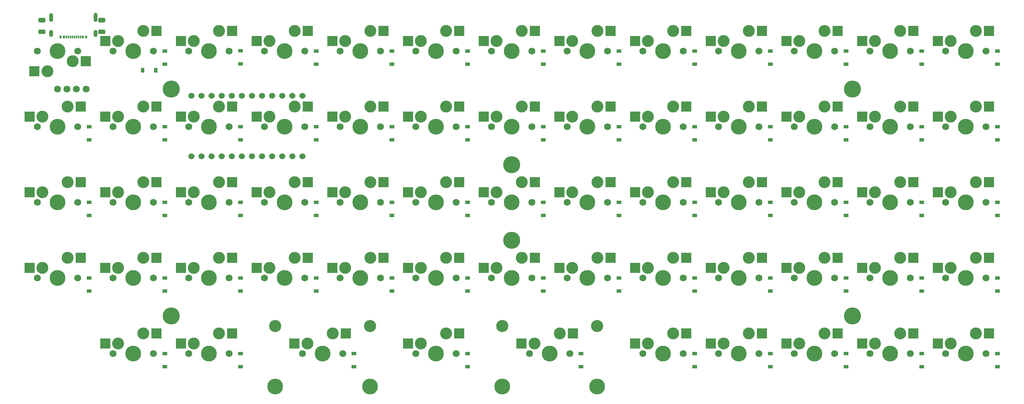
<source format=gbs>
G04 #@! TF.GenerationSoftware,KiCad,Pcbnew,(5.1.10-1-10_14)*
G04 #@! TF.CreationDate,2021-08-25T20:34:20+10:00*
G04 #@! TF.ProjectId,WTL62,57544c36-322e-46b6-9963-61645f706362,rev?*
G04 #@! TF.SameCoordinates,Original*
G04 #@! TF.FileFunction,Soldermask,Bot*
G04 #@! TF.FilePolarity,Negative*
%FSLAX46Y46*%
G04 Gerber Fmt 4.6, Leading zero omitted, Abs format (unit mm)*
G04 Created by KiCad (PCBNEW (5.1.10-1-10_14)) date 2021-08-25 20:34:20*
%MOMM*%
%LPD*%
G01*
G04 APERTURE LIST*
%ADD10C,4.300000*%
%ADD11C,1.752600*%
%ADD12R,0.300000X0.800000*%
%ADD13R,0.540000X0.800000*%
%ADD14C,1.000000*%
%ADD15C,1.524000*%
%ADD16R,2.550000X2.500000*%
%ADD17C,1.750000*%
%ADD18C,3.000000*%
%ADD19C,3.987800*%
%ADD20C,3.048000*%
%ADD21R,1.200000X0.900000*%
%ADD22R,0.900000X1.200000*%
G04 APERTURE END LIST*
D10*
X147637500Y-80962500D03*
X147637500Y-61912500D03*
X61912500Y-100012500D03*
X61912500Y-42862500D03*
X233362500Y-42862500D03*
X233362500Y-100012500D03*
G36*
G01*
X43824997Y-27887500D02*
X45075003Y-27887500D01*
G75*
G02*
X45325000Y-28137497I0J-249997D01*
G01*
X45325000Y-28762503D01*
G75*
G02*
X45075003Y-29012500I-249997J0D01*
G01*
X43824997Y-29012500D01*
G75*
G02*
X43575000Y-28762503I0J249997D01*
G01*
X43575000Y-28137497D01*
G75*
G02*
X43824997Y-27887500I249997J0D01*
G01*
G37*
G36*
G01*
X43824997Y-24962500D02*
X45075003Y-24962500D01*
G75*
G02*
X45325000Y-25212497I0J-249997D01*
G01*
X45325000Y-25837503D01*
G75*
G02*
X45075003Y-26087500I-249997J0D01*
G01*
X43824997Y-26087500D01*
G75*
G02*
X43575000Y-25837503I0J249997D01*
G01*
X43575000Y-25212497D01*
G75*
G02*
X43824997Y-24962500I249997J0D01*
G01*
G37*
G36*
G01*
X28743747Y-27887500D02*
X29993753Y-27887500D01*
G75*
G02*
X30243750Y-28137497I0J-249997D01*
G01*
X30243750Y-28762503D01*
G75*
G02*
X29993753Y-29012500I-249997J0D01*
G01*
X28743747Y-29012500D01*
G75*
G02*
X28493750Y-28762503I0J249997D01*
G01*
X28493750Y-28137497D01*
G75*
G02*
X28743747Y-27887500I249997J0D01*
G01*
G37*
G36*
G01*
X28743747Y-24962500D02*
X29993753Y-24962500D01*
G75*
G02*
X30243750Y-25212497I0J-249997D01*
G01*
X30243750Y-25837503D01*
G75*
G02*
X29993753Y-26087500I-249997J0D01*
G01*
X28743747Y-26087500D01*
G75*
G02*
X28493750Y-25837503I0J249997D01*
G01*
X28493750Y-25212497D01*
G75*
G02*
X28743747Y-24962500I249997J0D01*
G01*
G37*
D11*
X33337500Y-42862500D03*
X40481250Y-42862500D03*
X38100000Y-42862500D03*
X35718750Y-42862500D03*
D12*
X39056250Y-29733000D03*
X36056250Y-29733000D03*
X37056250Y-29733000D03*
X37556250Y-29733000D03*
X36556250Y-29733000D03*
X38056250Y-29733000D03*
D13*
X39706250Y-29733000D03*
X34906250Y-29733000D03*
X34106250Y-29733000D03*
X40506250Y-29733000D03*
D14*
X42881550Y-28968700D03*
X42881250Y-28452000D03*
X42881250Y-29214000D03*
X42881250Y-28714700D03*
X31730650Y-28714700D03*
X31730650Y-29214000D03*
X31730650Y-28452000D03*
X31730950Y-28968700D03*
X31730950Y-25146000D03*
X31730950Y-25438100D03*
X31731250Y-24218900D03*
X31730950Y-24498300D03*
X31730950Y-24803100D03*
X42881550Y-25425400D03*
X42881550Y-25133300D03*
X42881550Y-24790400D03*
X42881550Y-24485600D03*
X42881850Y-24206200D03*
D12*
X38556250Y-29733000D03*
X35548250Y-29733000D03*
D15*
X67056000Y-44585600D03*
X69596000Y-44585600D03*
X72136000Y-44585600D03*
X74676000Y-44585600D03*
X77216000Y-44585600D03*
X79756000Y-44585600D03*
X82296000Y-44585600D03*
X84836000Y-44585600D03*
X87376000Y-44585600D03*
X89916000Y-44585600D03*
X92456000Y-44585600D03*
X94996000Y-44585600D03*
X94996000Y-59805600D03*
X92456000Y-59805600D03*
X89916000Y-59805600D03*
X87376000Y-59805600D03*
X84836000Y-59805600D03*
X82296000Y-59805600D03*
X79756000Y-59805600D03*
X77216000Y-59805600D03*
X74676000Y-59805600D03*
X72136000Y-59805600D03*
X69596000Y-59805600D03*
X67056000Y-59805600D03*
D16*
X210629500Y-66357500D03*
X197702500Y-68897500D03*
D17*
X209867500Y-71437500D03*
X199707500Y-71437500D03*
D18*
X200977500Y-68897500D03*
D19*
X204787500Y-71437500D03*
D18*
X207327500Y-66357500D03*
D19*
X145224500Y-117792500D03*
X169100500Y-117792500D03*
D20*
X145224500Y-102552500D03*
X169100500Y-102552500D03*
D16*
X163004500Y-104457500D03*
X150077500Y-106997500D03*
D17*
X162242500Y-109537500D03*
X152082500Y-109537500D03*
D18*
X153352500Y-106997500D03*
D19*
X157162500Y-109537500D03*
D18*
X159702500Y-104457500D03*
D19*
X88074500Y-117792500D03*
X111950500Y-117792500D03*
D20*
X88074500Y-102552500D03*
X111950500Y-102552500D03*
D16*
X105854500Y-104457500D03*
X92927500Y-106997500D03*
D17*
X105092500Y-109537500D03*
X94932500Y-109537500D03*
D18*
X96202500Y-106997500D03*
D19*
X100012500Y-109537500D03*
D18*
X102552500Y-104457500D03*
D16*
X172529500Y-28257500D03*
X159602500Y-30797500D03*
D17*
X171767500Y-33337500D03*
X161607500Y-33337500D03*
D18*
X162877500Y-30797500D03*
D19*
X166687500Y-33337500D03*
D18*
X169227500Y-28257500D03*
D16*
X191579500Y-28257500D03*
X178652500Y-30797500D03*
D17*
X190817500Y-33337500D03*
X180657500Y-33337500D03*
D18*
X181927500Y-30797500D03*
D19*
X185737500Y-33337500D03*
D18*
X188277500Y-28257500D03*
D16*
X210629500Y-28257500D03*
X197702500Y-30797500D03*
D17*
X209867500Y-33337500D03*
X199707500Y-33337500D03*
D18*
X200977500Y-30797500D03*
D19*
X204787500Y-33337500D03*
D18*
X207327500Y-28257500D03*
D16*
X229679500Y-28257500D03*
X216752500Y-30797500D03*
D17*
X228917500Y-33337500D03*
X218757500Y-33337500D03*
D18*
X220027500Y-30797500D03*
D19*
X223837500Y-33337500D03*
D18*
X226377500Y-28257500D03*
D16*
X248729500Y-28257500D03*
X235802500Y-30797500D03*
D17*
X247967500Y-33337500D03*
X237807500Y-33337500D03*
D18*
X239077500Y-30797500D03*
D19*
X242887500Y-33337500D03*
D18*
X245427500Y-28257500D03*
D16*
X267779500Y-28257500D03*
X254852500Y-30797500D03*
D17*
X267017500Y-33337500D03*
X256857500Y-33337500D03*
D18*
X258127500Y-30797500D03*
D19*
X261937500Y-33337500D03*
D18*
X264477500Y-28257500D03*
D16*
X172529500Y-47307500D03*
X159602500Y-49847500D03*
D17*
X171767500Y-52387500D03*
X161607500Y-52387500D03*
D18*
X162877500Y-49847500D03*
D19*
X166687500Y-52387500D03*
D18*
X169227500Y-47307500D03*
D16*
X191579500Y-47307500D03*
X178652500Y-49847500D03*
D17*
X190817500Y-52387500D03*
X180657500Y-52387500D03*
D18*
X181927500Y-49847500D03*
D19*
X185737500Y-52387500D03*
D18*
X188277500Y-47307500D03*
D16*
X210629500Y-47307500D03*
X197702500Y-49847500D03*
D17*
X209867500Y-52387500D03*
X199707500Y-52387500D03*
D18*
X200977500Y-49847500D03*
D19*
X204787500Y-52387500D03*
D18*
X207327500Y-47307500D03*
D16*
X229679500Y-47307500D03*
X216752500Y-49847500D03*
D17*
X228917500Y-52387500D03*
X218757500Y-52387500D03*
D18*
X220027500Y-49847500D03*
D19*
X223837500Y-52387500D03*
D18*
X226377500Y-47307500D03*
D16*
X248729500Y-47307500D03*
X235802500Y-49847500D03*
D17*
X247967500Y-52387500D03*
X237807500Y-52387500D03*
D18*
X239077500Y-49847500D03*
D19*
X242887500Y-52387500D03*
D18*
X245427500Y-47307500D03*
D16*
X267779500Y-47307500D03*
X254852500Y-49847500D03*
D17*
X267017500Y-52387500D03*
X256857500Y-52387500D03*
D18*
X258127500Y-49847500D03*
D19*
X261937500Y-52387500D03*
D18*
X264477500Y-47307500D03*
D16*
X172529500Y-66357500D03*
X159602500Y-68897500D03*
D17*
X171767500Y-71437500D03*
X161607500Y-71437500D03*
D18*
X162877500Y-68897500D03*
D19*
X166687500Y-71437500D03*
D18*
X169227500Y-66357500D03*
D16*
X191579500Y-66357500D03*
X178652500Y-68897500D03*
D17*
X190817500Y-71437500D03*
X180657500Y-71437500D03*
D18*
X181927500Y-68897500D03*
D19*
X185737500Y-71437500D03*
D18*
X188277500Y-66357500D03*
D16*
X229679500Y-66357500D03*
X216752500Y-68897500D03*
D17*
X228917500Y-71437500D03*
X218757500Y-71437500D03*
D18*
X220027500Y-68897500D03*
D19*
X223837500Y-71437500D03*
D18*
X226377500Y-66357500D03*
D16*
X248729500Y-66357500D03*
X235802500Y-68897500D03*
D17*
X247967500Y-71437500D03*
X237807500Y-71437500D03*
D18*
X239077500Y-68897500D03*
D19*
X242887500Y-71437500D03*
D18*
X245427500Y-66357500D03*
D16*
X267779500Y-66357500D03*
X254852500Y-68897500D03*
D17*
X267017500Y-71437500D03*
X256857500Y-71437500D03*
D18*
X258127500Y-68897500D03*
D19*
X261937500Y-71437500D03*
D18*
X264477500Y-66357500D03*
D16*
X172529500Y-85407500D03*
X159602500Y-87947500D03*
D17*
X171767500Y-90487500D03*
X161607500Y-90487500D03*
D18*
X162877500Y-87947500D03*
D19*
X166687500Y-90487500D03*
D18*
X169227500Y-85407500D03*
D16*
X191579500Y-85407500D03*
X178652500Y-87947500D03*
D17*
X190817500Y-90487500D03*
X180657500Y-90487500D03*
D18*
X181927500Y-87947500D03*
D19*
X185737500Y-90487500D03*
D18*
X188277500Y-85407500D03*
D16*
X210629500Y-85407500D03*
X197702500Y-87947500D03*
D17*
X209867500Y-90487500D03*
X199707500Y-90487500D03*
D18*
X200977500Y-87947500D03*
D19*
X204787500Y-90487500D03*
D18*
X207327500Y-85407500D03*
D16*
X229679500Y-85407500D03*
X216752500Y-87947500D03*
D17*
X228917500Y-90487500D03*
X218757500Y-90487500D03*
D18*
X220027500Y-87947500D03*
D19*
X223837500Y-90487500D03*
D18*
X226377500Y-85407500D03*
D16*
X248729500Y-85407500D03*
X235802500Y-87947500D03*
D17*
X247967500Y-90487500D03*
X237807500Y-90487500D03*
D18*
X239077500Y-87947500D03*
D19*
X242887500Y-90487500D03*
D18*
X245427500Y-85407500D03*
D16*
X267779500Y-85407500D03*
X254852500Y-87947500D03*
D17*
X267017500Y-90487500D03*
X256857500Y-90487500D03*
D18*
X258127500Y-87947500D03*
D19*
X261937500Y-90487500D03*
D18*
X264477500Y-85407500D03*
D16*
X191579500Y-104457500D03*
X178652500Y-106997500D03*
D17*
X190817500Y-109537500D03*
X180657500Y-109537500D03*
D18*
X181927500Y-106997500D03*
D19*
X185737500Y-109537500D03*
D18*
X188277500Y-104457500D03*
D16*
X210629500Y-104457500D03*
X197702500Y-106997500D03*
D17*
X209867500Y-109537500D03*
X199707500Y-109537500D03*
D18*
X200977500Y-106997500D03*
D19*
X204787500Y-109537500D03*
D18*
X207327500Y-104457500D03*
D16*
X229679500Y-104457500D03*
X216752500Y-106997500D03*
D17*
X228917500Y-109537500D03*
X218757500Y-109537500D03*
D18*
X220027500Y-106997500D03*
D19*
X223837500Y-109537500D03*
D18*
X226377500Y-104457500D03*
D16*
X248729500Y-104457500D03*
X235802500Y-106997500D03*
D17*
X247967500Y-109537500D03*
X237807500Y-109537500D03*
D18*
X239077500Y-106997500D03*
D19*
X242887500Y-109537500D03*
D18*
X245427500Y-104457500D03*
D16*
X267779500Y-104457500D03*
X254852500Y-106997500D03*
D17*
X267017500Y-109537500D03*
X256857500Y-109537500D03*
D18*
X258127500Y-106997500D03*
D19*
X261937500Y-109537500D03*
D18*
X264477500Y-104457500D03*
D16*
X134429500Y-104457500D03*
X121502500Y-106997500D03*
D17*
X133667500Y-109537500D03*
X123507500Y-109537500D03*
D18*
X124777500Y-106997500D03*
D19*
X128587500Y-109537500D03*
D18*
X131127500Y-104457500D03*
D16*
X77279500Y-104457500D03*
X64352500Y-106997500D03*
D17*
X76517500Y-109537500D03*
X66357500Y-109537500D03*
D18*
X67627500Y-106997500D03*
D19*
X71437500Y-109537500D03*
D18*
X73977500Y-104457500D03*
D16*
X58229500Y-104457500D03*
X45302500Y-106997500D03*
D17*
X57467500Y-109537500D03*
X47307500Y-109537500D03*
D18*
X48577500Y-106997500D03*
D19*
X52387500Y-109537500D03*
D18*
X54927500Y-104457500D03*
D16*
X153479500Y-85407500D03*
X140552500Y-87947500D03*
D17*
X152717500Y-90487500D03*
X142557500Y-90487500D03*
D18*
X143827500Y-87947500D03*
D19*
X147637500Y-90487500D03*
D18*
X150177500Y-85407500D03*
D16*
X134429500Y-85407500D03*
X121502500Y-87947500D03*
D17*
X133667500Y-90487500D03*
X123507500Y-90487500D03*
D18*
X124777500Y-87947500D03*
D19*
X128587500Y-90487500D03*
D18*
X131127500Y-85407500D03*
D16*
X115379500Y-85407500D03*
X102452500Y-87947500D03*
D17*
X114617500Y-90487500D03*
X104457500Y-90487500D03*
D18*
X105727500Y-87947500D03*
D19*
X109537500Y-90487500D03*
D18*
X112077500Y-85407500D03*
D16*
X96329500Y-85407500D03*
X83402500Y-87947500D03*
D17*
X95567500Y-90487500D03*
X85407500Y-90487500D03*
D18*
X86677500Y-87947500D03*
D19*
X90487500Y-90487500D03*
D18*
X93027500Y-85407500D03*
D16*
X77279500Y-85407500D03*
X64352500Y-87947500D03*
D17*
X76517500Y-90487500D03*
X66357500Y-90487500D03*
D18*
X67627500Y-87947500D03*
D19*
X71437500Y-90487500D03*
D18*
X73977500Y-85407500D03*
D16*
X58229500Y-85407500D03*
X45302500Y-87947500D03*
D17*
X57467500Y-90487500D03*
X47307500Y-90487500D03*
D18*
X48577500Y-87947500D03*
D19*
X52387500Y-90487500D03*
D18*
X54927500Y-85407500D03*
D16*
X39179500Y-85407500D03*
X26252500Y-87947500D03*
D17*
X38417500Y-90487500D03*
X28257500Y-90487500D03*
D18*
X29527500Y-87947500D03*
D19*
X33337500Y-90487500D03*
D18*
X35877500Y-85407500D03*
D16*
X153479500Y-66357500D03*
X140552500Y-68897500D03*
D17*
X152717500Y-71437500D03*
X142557500Y-71437500D03*
D18*
X143827500Y-68897500D03*
D19*
X147637500Y-71437500D03*
D18*
X150177500Y-66357500D03*
D16*
X134429500Y-66357500D03*
X121502500Y-68897500D03*
D17*
X133667500Y-71437500D03*
X123507500Y-71437500D03*
D18*
X124777500Y-68897500D03*
D19*
X128587500Y-71437500D03*
D18*
X131127500Y-66357500D03*
D16*
X115379500Y-66357500D03*
X102452500Y-68897500D03*
D17*
X114617500Y-71437500D03*
X104457500Y-71437500D03*
D18*
X105727500Y-68897500D03*
D19*
X109537500Y-71437500D03*
D18*
X112077500Y-66357500D03*
D16*
X96329500Y-66357500D03*
X83402500Y-68897500D03*
D17*
X95567500Y-71437500D03*
X85407500Y-71437500D03*
D18*
X86677500Y-68897500D03*
D19*
X90487500Y-71437500D03*
D18*
X93027500Y-66357500D03*
D16*
X77279500Y-66357500D03*
X64352500Y-68897500D03*
D17*
X76517500Y-71437500D03*
X66357500Y-71437500D03*
D18*
X67627500Y-68897500D03*
D19*
X71437500Y-71437500D03*
D18*
X73977500Y-66357500D03*
D16*
X58229500Y-66357500D03*
X45302500Y-68897500D03*
D17*
X57467500Y-71437500D03*
X47307500Y-71437500D03*
D18*
X48577500Y-68897500D03*
D19*
X52387500Y-71437500D03*
D18*
X54927500Y-66357500D03*
D16*
X39179500Y-66357500D03*
X26252500Y-68897500D03*
D17*
X38417500Y-71437500D03*
X28257500Y-71437500D03*
D18*
X29527500Y-68897500D03*
D19*
X33337500Y-71437500D03*
D18*
X35877500Y-66357500D03*
D16*
X153479500Y-47307500D03*
X140552500Y-49847500D03*
D17*
X152717500Y-52387500D03*
X142557500Y-52387500D03*
D18*
X143827500Y-49847500D03*
D19*
X147637500Y-52387500D03*
D18*
X150177500Y-47307500D03*
D16*
X134429500Y-47307500D03*
X121502500Y-49847500D03*
D17*
X133667500Y-52387500D03*
X123507500Y-52387500D03*
D18*
X124777500Y-49847500D03*
D19*
X128587500Y-52387500D03*
D18*
X131127500Y-47307500D03*
D16*
X115379500Y-47307500D03*
X102452500Y-49847500D03*
D17*
X114617500Y-52387500D03*
X104457500Y-52387500D03*
D18*
X105727500Y-49847500D03*
D19*
X109537500Y-52387500D03*
D18*
X112077500Y-47307500D03*
D16*
X96329500Y-47307500D03*
X83402500Y-49847500D03*
D17*
X95567500Y-52387500D03*
X85407500Y-52387500D03*
D18*
X86677500Y-49847500D03*
D19*
X90487500Y-52387500D03*
D18*
X93027500Y-47307500D03*
D16*
X77279500Y-47307500D03*
X64352500Y-49847500D03*
D17*
X76517500Y-52387500D03*
X66357500Y-52387500D03*
D18*
X67627500Y-49847500D03*
D19*
X71437500Y-52387500D03*
D18*
X73977500Y-47307500D03*
D16*
X58229500Y-47307500D03*
X45302500Y-49847500D03*
D17*
X57467500Y-52387500D03*
X47307500Y-52387500D03*
D18*
X48577500Y-49847500D03*
D19*
X52387500Y-52387500D03*
D18*
X54927500Y-47307500D03*
D16*
X39179500Y-47307500D03*
X26252500Y-49847500D03*
D17*
X38417500Y-52387500D03*
X28257500Y-52387500D03*
D18*
X29527500Y-49847500D03*
D19*
X33337500Y-52387500D03*
D18*
X35877500Y-47307500D03*
D16*
X153479500Y-28257500D03*
X140552500Y-30797500D03*
D17*
X152717500Y-33337500D03*
X142557500Y-33337500D03*
D18*
X143827500Y-30797500D03*
D19*
X147637500Y-33337500D03*
D18*
X150177500Y-28257500D03*
D16*
X134429500Y-28257500D03*
X121502500Y-30797500D03*
D17*
X133667500Y-33337500D03*
X123507500Y-33337500D03*
D18*
X124777500Y-30797500D03*
D19*
X128587500Y-33337500D03*
D18*
X131127500Y-28257500D03*
D16*
X115379500Y-28257500D03*
X102452500Y-30797500D03*
D17*
X114617500Y-33337500D03*
X104457500Y-33337500D03*
D18*
X105727500Y-30797500D03*
D19*
X109537500Y-33337500D03*
D18*
X112077500Y-28257500D03*
D16*
X96329500Y-28257500D03*
X83402500Y-30797500D03*
D17*
X95567500Y-33337500D03*
X85407500Y-33337500D03*
D18*
X86677500Y-30797500D03*
D19*
X90487500Y-33337500D03*
D18*
X93027500Y-28257500D03*
D16*
X77279500Y-28257500D03*
X64352500Y-30797500D03*
D17*
X76517500Y-33337500D03*
X66357500Y-33337500D03*
D18*
X67627500Y-30797500D03*
D19*
X71437500Y-33337500D03*
D18*
X73977500Y-28257500D03*
D16*
X58229500Y-28257500D03*
X45302500Y-30797500D03*
D17*
X57467500Y-33337500D03*
X47307500Y-33337500D03*
D18*
X48577500Y-30797500D03*
D19*
X52387500Y-33337500D03*
D18*
X54927500Y-28257500D03*
D16*
X27495500Y-38417500D03*
X40422500Y-35877500D03*
D17*
X28257500Y-33337500D03*
X38417500Y-33337500D03*
D18*
X37147500Y-35877500D03*
D19*
X33337500Y-33337500D03*
D18*
X30797500Y-38417500D03*
D21*
X174625000Y-33275000D03*
X174625000Y-36575000D03*
X193675000Y-33275000D03*
X193675000Y-36575000D03*
X212725000Y-33275000D03*
X212725000Y-36575000D03*
X231775000Y-33275000D03*
X231775000Y-36575000D03*
X250825000Y-33275000D03*
X250825000Y-36575000D03*
X269875000Y-33275000D03*
X269875000Y-36575000D03*
X174625000Y-52325000D03*
X174625000Y-55625000D03*
X193675000Y-52325000D03*
X193675000Y-55625000D03*
X212725000Y-52325000D03*
X212725000Y-55625000D03*
X231775000Y-52325000D03*
X231775000Y-55625000D03*
X250825000Y-52325000D03*
X250825000Y-55625000D03*
X269875000Y-52325000D03*
X269875000Y-55625000D03*
X174625000Y-71375000D03*
X174625000Y-74675000D03*
X193675000Y-71375000D03*
X193675000Y-74675000D03*
X212725000Y-71375000D03*
X212725000Y-74675000D03*
X231775000Y-71375000D03*
X231775000Y-74675000D03*
X250825000Y-71375000D03*
X250825000Y-74675000D03*
X269875000Y-71375000D03*
X269875000Y-74675000D03*
X174625000Y-90425000D03*
X174625000Y-93725000D03*
X193675000Y-90425000D03*
X193675000Y-93725000D03*
X212725000Y-90425000D03*
X212725000Y-93725000D03*
X231775000Y-90425000D03*
X231775000Y-93725000D03*
X250825000Y-90425000D03*
X250825000Y-93725000D03*
X269875000Y-90425000D03*
X269875000Y-93725000D03*
X193675000Y-109475000D03*
X193675000Y-112775000D03*
X212725000Y-109475000D03*
X212725000Y-112775000D03*
X231775000Y-109475000D03*
X231775000Y-112775000D03*
X250825000Y-109475000D03*
X250825000Y-112775000D03*
X269875000Y-109475000D03*
X269875000Y-112775000D03*
X165100000Y-109475000D03*
X165100000Y-112775000D03*
X136525000Y-109475000D03*
X136525000Y-112775000D03*
X107950000Y-109475000D03*
X107950000Y-112775000D03*
X79375000Y-109475000D03*
X79375000Y-112775000D03*
X60325000Y-109475000D03*
X60325000Y-112775000D03*
X155575000Y-90425000D03*
X155575000Y-93725000D03*
X136525000Y-90425000D03*
X136525000Y-93725000D03*
X117475000Y-90425000D03*
X117475000Y-93725000D03*
X98425000Y-90425000D03*
X98425000Y-93725000D03*
X79375000Y-90425000D03*
X79375000Y-93725000D03*
X60325000Y-90425000D03*
X60325000Y-93725000D03*
X41275000Y-90425000D03*
X41275000Y-93725000D03*
X155575000Y-71375000D03*
X155575000Y-74675000D03*
X136525000Y-71375000D03*
X136525000Y-74675000D03*
X117475000Y-71375000D03*
X117475000Y-74675000D03*
X98425000Y-71375000D03*
X98425000Y-74675000D03*
X79375000Y-71375000D03*
X79375000Y-74675000D03*
X60325000Y-71375000D03*
X60325000Y-74675000D03*
X41275000Y-71375000D03*
X41275000Y-74675000D03*
X155575000Y-52387500D03*
X155575000Y-55687500D03*
X136525000Y-52325000D03*
X136525000Y-55625000D03*
X117475000Y-52325000D03*
X117475000Y-55625000D03*
X98425000Y-52325000D03*
X98425000Y-55625000D03*
X79375000Y-52325000D03*
X79375000Y-55625000D03*
X60325000Y-52325000D03*
X60325000Y-55625000D03*
X41275000Y-52325000D03*
X41275000Y-55625000D03*
X155575000Y-33275000D03*
X155575000Y-36575000D03*
X136525000Y-33275000D03*
X136525000Y-36575000D03*
X117475000Y-33275000D03*
X117475000Y-36575000D03*
X98425000Y-33275000D03*
X98425000Y-36575000D03*
X79375000Y-33212500D03*
X79375000Y-36512500D03*
X60325000Y-33275000D03*
X60325000Y-36575000D03*
D22*
X54706250Y-38100000D03*
X58006250Y-38100000D03*
M02*

</source>
